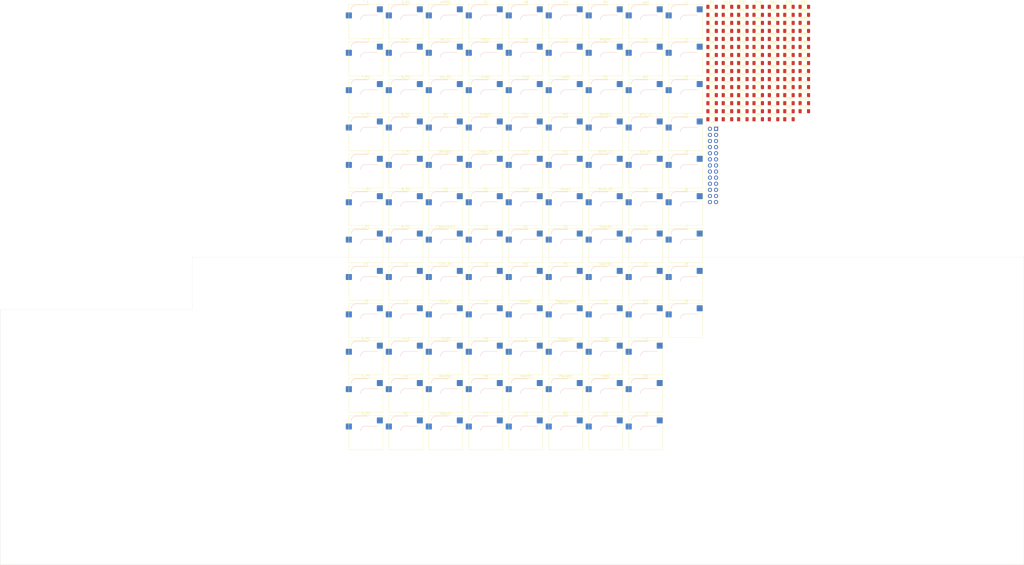
<source format=kicad_pcb>
(kicad_pcb (version 20240108) (generator "pcbnew") (generator_version "8.0")
  (layers (0 "F.Cu" signal) (31 "B.Cu" signal) (34 "B.Paste" user) (35 "F.Paste" user) (36 "B.SilkS" user "B.Silkscreen") (37 "F.SilkS" user "F.Silkscreen") (38 "B.Mask" user) (39 "F.Mask" user) (44 "Edge.Cuts" user))
  (net 0 "")
  (net 1 "/__14")
  (net 2 "Net-(D7-K)")
  (net 3 "/__8")
  (net 4 "Net-(D34-K)")
  (net 5 "/__20")
  (net 6 "Net-(D88-K)")
  (net 7 "Net-(D61-K)")
  (net 8 "/__26")
  (net 9 "Net-(D27-K)")
  (net 10 "Net-(D102-K)")
  (net 11 "Net-(D10-K)")
  (net 13 "/__13")
  (net 14 "Net-(D86-K)")
  (net 15 "Net-(D98-K)")
  (net 16 "Net-(D9-K)")
  (net 17 "/__15")
  (net 18 "Net-(D73-K)")
  (net 19 "Net-(D74-K)")
  (net 20 "Net-(D75-K)")
  (net 21 "Net-(D15-K)")
  (net 22 "Net-(D17-K)")
  (net 23 "Net-(D16-K)")
  (net 24 "Net-(D58-K)")
  (net 25 "Net-(D59-K)")
  (net 26 "Net-(D60-K)")
  (net 27 "Net-(D69-K)")
  (net 28 "Net-(D82-K)")
  (net 29 "/__1")
  (net 30 "Net-(D28-K)")
  (net 31 "Net-(D83-K)")
  (net 32 "/__3")
  (net 33 "Net-(D62-K)")
  (net 34 "Net-(D89-K)")
  (net 35 "/__2")
  (net 36 "Net-(D95-K)")
  (net 37 "Net-(D97-K)")
  (net 38 "Net-(D92-K)")
  (net 39 "/__5")
  (net 40 "Net-(D14-K)")
  (net 41 "/__10")
  (net 42 "Net-(D79-K)")
  (net 43 "/__6")
  (net 44 "Net-(D22-K)")
  (net 45 "/__7")
  (net 46 "Net-(D37-K)")
  (net 47 "/__9")
  (net 48 "Net-(D85-K)")
  (net 49 "/__12")
  (net 50 "Net-(D1-K)")
  (net 51 "Net-(D2-K)")
  (net 52 "/__11")
  (net 53 "Net-(D3-K)")
  (net 54 "Net-(D4-K)")
  (net 55 "Net-(D5-K)")
  (net 56 "Net-(D6-K)")
  (net 58 "Net-(D8-K)")
  (net 59 "/__18")
  (net 60 "Net-(D11-K)")
  (net 61 "Net-(D12-K)")
  (net 62 "Net-(D13-K)")
  (net 63 "Net-(D18-K)")
  (net 64 "Net-(D19-K)")
  (net 65 "Net-(D20-K)")
  (net 66 "Net-(D21-K)")
  (net 67 "Net-(D23-K)")
  (net 68 "Net-(D24-K)")
  (net 69 "Net-(D25-K)")
  (net 70 "/__16")
  (net 71 "Net-(D26-K)")
  (net 72 "Net-(D29-K)")
  (net 73 "Net-(D30-K)")
  (net 74 "Net-(D31-K)")
  (net 75 "Net-(D32-K)")
  (net 76 "Net-(D33-K)")
  (net 77 "Net-(D35-K)")
  (net 78 "Net-(D36-K)")
  (net 79 "Net-(D38-K)")
  (net 80 "Net-(D39-K)")
  (net 81 "Net-(D40-K)")
  (net 82 "Net-(D41-K)")
  (net 83 "Net-(D42-K)")
  (net 84 "Net-(D43-K)")
  (net 85 "Net-(D44-K)")
  (net 86 "Net-(D45-K)")
  (net 87 "Net-(D46-K)")
  (net 88 "Net-(D47-K)")
  (net 89 "Net-(D48-K)")
  (net 90 "Net-(D49-K)")
  (net 91 "/__19")
  (net 92 "Net-(D50-K)")
  (net 93 "Net-(D51-K)")
  (net 94 "Net-(D52-K)")
  (net 95 "Net-(D53-K)")
  (net 96 "Net-(D54-K)")
  (net 97 "Net-(D55-K)")
  (net 98 "Net-(D56-K)")
  (net 99 "Net-(D57-K)")
  (net 100 "/__17")
  (net 101 "Net-(D63-K)")
  (net 102 "Net-(D64-K)")
  (net 103 "Net-(D65-K)")
  (net 104 "Net-(D66-K)")
  (net 105 "Net-(D67-K)")
  (net 106 "Net-(D68-K)")
  (net 107 "Net-(D70-K)")
  (net 108 "Net-(D71-K)")
  (net 109 "Net-(D72-K)")
  (net 110 "Net-(D76-K)")
  (net 111 "/__21")
  (net 112 "Net-(D77-K)")
  (net 113 "Net-(D78-K)")
  (net 114 "Net-(D80-K)")
  (net 115 "Net-(D81-K)")
  (net 116 "Net-(D84-K)")
  (net 117 "Net-(D87-K)")
  (net 118 "Net-(D90-K)")
  (net 119 "Net-(D91-K)")
  (net 120 "/__22")
  (net 121 "Net-(D93-K)")
  (net 122 "Net-(D94-K)")
  (net 123 "Net-(D96-K)")
  (net 124 "Net-(D99-K)")
  (net 125 "Net-(D100-K)")
  (net 126 "Net-(D101-K)")
  (net 127 "Net-(D103-K)")
  (net 128 "Net-(D104-K)")
  (net 129 "/__4")
  (net 130 "/__25")
  (net 131 "/__23")
  (net 132 "/__24")
  (footprint "switch:SW_Hotswap_Kailh_MX" (layer "F.Cu") (at 346.135 209.05)
    (property "Reference" "_0")
    (property "Value" "kailh-hotswap")
  )
  (footprint "switch:SW_Hotswap_Kailh_MX" (layer "F.Cu") (at 246.325 146.85)
    (property "Reference" ";:1")
    (property "Value" "kailh-hotswap")
  )
  (footprint "switch:SW_Hotswap_Kailh_MX" (layer "F.Cu") (at 229.69 193.5)
    (property "Reference" "1_P1")
    (property "Value" "kailh-hotswap")
  )
  (footprint "Diode_SMD:D_MiniMELF" (layer "F.Cu") (at 380.155 31.895)
    (property "Reference" "D16")
    (property "Value" "LL4148")
  )
  (footprint "Diode_SMD:D_MiniMELF" (layer "F.Cu") (at 392.945 35.235)
    (property "Reference" "D47")
    (property "Value" "LL4148")
  )
  (footprint "switch:SW_Hotswap_Kailh_MX" (layer "F.Cu") (at 279.595 177.95)
    (property "Reference" "F5")
    (property "Value" "kailh-hotswap")
  )
  (footprint "switch:SW_Hotswap_Kailh_MX" (layer "F.Cu") (at 246.325 100.2)
    (property "Reference" "7_P1")
    (property "Value" "kailh-hotswap")
  )
  (footprint "switch:SW_Hotswap_Kailh_MX" (layer "F.Cu") (at 346.135 53.55)
    (property "Reference" "V1")
    (property "Value" "kailh-hotswap")
  )
  (footprint "Diode_SMD:D_MiniMELF" (layer "F.Cu") (at 405.735 45.255)
    (property "Reference" "D80")
    (property "Value" "LL4148")
  )
  (footprint "switch:SW_Hotswap_Kailh_MX" (layer "F.Cu") (at 279.595 84.65)
    (property "Reference" "Enter1")
    (property "Value" "kailh-hotswap")
  )
  (footprint "Diode_SMD:D_MiniMELF" (layer "F.Cu") (at 386.55 51.935)
    (property "Reference" "D37")
    (property "Value" "LL4148")
  )
  (footprint "Diode_SMD:D_MiniMELF" (layer "F.Cu") (at 373.76 41.915)
    (property "Reference" "D4")
    (property "Value" "LL4148")
  )
  (footprint "switch:SW_Hotswap_Kailh_MX" (layer "F.Cu") (at 229.69 100.2)
    (property "Reference" "-_1")
    (property "Value" "kailh-hotswap")
  )
  (footprint "switch:SW_Hotswap_Kailh_MX" (layer "F.Cu") (at 346.135 115.75)
    (property "Reference" "X1")
    (property "Value" "kailh-hotswap")
  )
  (footprint "Diode_SMD:D_MiniMELF" (layer "F.Cu") (at 373.76 45.255)
    (property "Reference" "D5")
    (property "Value" "LL4148")
  )
  (footprint "switch:SW_Hotswap_Kailh_MX" (layer "F.Cu") (at 296.23 193.5)
    (property "Reference" "Insert1")
    (property "Value" "kailh-hotswap")
  )
  (footprint "switch:SW_Hotswap_Kailh_MX" (layer "F.Cu") (at 312.865 115.75)
    (property "Reference" "Num1")
    (property "Value" "kailh-hotswap")
  )
  (footprint "Diode_SMD:D_MiniMELF" (layer "F.Cu") (at 405.735 58.615)
    (property "Reference" "D84")
    (property "Value" "LL4148")
  )
  (footprint "Diode_SMD:D_MiniMELF" (layer "F.Cu") (at 373.76 71.975)
    (property "Reference" "D13")
    (property "Value" "LL4148")
  )
  (footprint "Diode_SMD:D_MiniMELF" (layer "F.Cu") (at 399.34 48.595)
    (property "Reference" "D66")
    (property "Value" "LL4148")
  )
  (footprint "switch:SW_Hotswap_Kailh_MX" (layer "F.Cu") (at 262.96 162.4)
    (property "Reference" "Ctrl_l1")
    (property "Value" "kailh-hotswap")
  )
  (footprint "switch:SW_Hotswap_Kailh_MX" (layer "F.Cu") (at 246.325 84.65)
    (property "Reference" "6_P1")
    (property "Value" "kailh-hotswap")
  )
  (footprint "Diode_SMD:D_MiniMELF" (layer "F.Cu") (at 405.735 61.955)
    (property "Reference" "D85")
    (property "Value" "LL4148")
  )
  (footprint "Diode_SMD:D_MiniMELF" (layer "F.Cu") (at 386.55 45.255)
    (property "Reference" "D35")
    (property "Value" "LL4148")
  )
  (footprint "Diode_SMD:D_MiniMELF" (layer "F.Cu") (at 373.76 61.955)
    (property "Reference" "D10")
    (property "Value" "LL4148")
  )
  (footprint "Diode_SMD:D_MiniMELF" (layer "F.Cu") (at 386.55 31.895)
    (property "Reference" "D31")
    (property "Value" "LL4148")
  )
  (footprint "Diode_SMD:D_MiniMELF" (layer "F.Cu") (at 373.76 51.935)
    (property "Reference" "D7")
    (property "Value" "LL4148")
  )
  (footprint "switch:SW_Hotswap_Kailh_MX" (layer "F.Cu") (at 312.865 209.05)
    (property "Reference" "Q1")
    (property "Value" "kailh-hotswap")
  )
  (footprint "Diode_SMD:D_MiniMELF" (layer "F.Cu") (at 386.55 41.915)
    (property "Reference" "D34")
    (property "Value" "LL4148")
  )
  (footprint "switch:SW_Hotswap_Kailh_MX" (layer "F.Cu") (at 229.69 146.85)
    (property "Reference" "/1")
    (property "Value" "kailh-hotswap")
  )
  (footprint "Diode_SMD:D_MiniMELF" (layer "F.Cu") (at 412.13 61.955)
    (property "Reference" "D100")
    (property "Value" "LL4148")
  )
  (footprint "Diode_SMD:D_MiniMELF" (layer "F.Cu") (at 386.55 61.955)
    (property "Reference" "D40")
    (property "Value" "LL4148")
  )
  (footprint "switch:SW_Hotswap_Kailh_MX" (layer "F.Cu") (at 362.77 53.55)
    (property "Reference" "_2")
    (property "Value" "kailh-hotswap")
  )
  (footprint "switch:SW_Hotswap_Kailh_MX" (layer "F.Cu") (at 312.865 162.4)
    (property "Reference" "PageDown1")
    (property "Value" "kailh-hotswap")
  )
  (footprint "Diode_SMD:D_MiniMELF" (layer "F.Cu") (at 392.945 51.935)
    (property "Reference" "D52")
    (property "Value" "LL4148")
  )
  (footprint "switch:SW_Hotswap_Kailh_MX" (layer "F.Cu") (at 246.325 131.3)
    (property "Reference" "9_P1")
    (property "Value" "kailh-hotswap")
  )
  (footprint "Diode_SMD:D_MiniMELF" (layer "F.Cu") (at 405.735 38.575)
    (property "Reference" "D78")
    (property "Value" "LL4148")
  )
  (footprint "Diode_SMD:D_MiniMELF" (layer "F.Cu") (at 399.34 31.895)
    (property "Reference" "D61")
    (property "Value" "LL4148")
  )
  (footprint "Diode_SMD:D_MiniMELF" (layer "F.Cu") (at 373.76 75.315)
    (property "Reference" "D14")
    (property "Value" "LL4148")
  )
  (footprint "switch:SW_Hotswap_Kailh_MX" (layer "F.Cu") (at 329.5 193.5)
    (property "Reference" "TAB2")
    (property "Value" "kailh-hotswap")
  )
  (footprint "Diode_SMD:D_MiniMELF" (layer "F.Cu") (at 380.155 71.975)
    (property "Reference" "D28")
    (property "Value" "LL4148")
  )
  (footprint "switch:SW_Hotswap_Kailh_MX" (layer "F.Cu") (at 362.77 69.1)
    (property "Reference" "_3")
    (property "Value" "kailh-hotswap")
  )
  (footprint "switch:SW_Hotswap_Kailh_MX" (layer "F.Cu") (at 346.135 177.95)
    (property "Reference" "\\|1")
    (property "Value" "kailh-hotswap")
  )
  (footprint "switch:SW_Hotswap_Kailh_MX" (layer "F.Cu") (at 229.69 177.95)
    (property "Reference" "0_P1")
    (property "Value" "kailh-hotswap")
  )
  (footprint "switch:SW_Hotswap_Kailh_MX" (layer "F.Cu") (at 329.5 146.85)
    (property "Reference" "SysIrq1")
    (property "Value" "kailh-hotswap")
  )
  (footprint "Diode_SMD:D_MiniMELF" (layer "F.Cu") (at 380.155 41.915)
    (property "Reference" "D19")
    (property "Value" "LL4148")
  )
  (footprint "Diode_SMD:D_MiniMELF" (layer "F.Cu") (at 412.13 51.935)
    (property "Reference" "D97")
    (property "Value" "LL4148")
  )
  (footprint "switch:SW_Hotswap_Kailh_MX" (layer "F.Cu") (at 279.595 162.4)
    (property "Reference" "F4")
    (property "Value" "kailh-hotswap")
  )
  (footprint "Diode_SMD:D_MiniMELF" (layer "F.Cu") (at 405.735 41.915)
    (property "Reference" "D79")
    (property "Value" "LL4148")
  )
  (footprint "Diode_SMD:D_MiniMELF" (layer "F.Cu") (at 412.13 35.235)
    (property "Reference" "D92")
    (property "Value" "LL4148")
  )
  (footprint "switch:SW_Hotswap_Kailh_MX" (layer "F.Cu") (at 296.23 100.2)
    (property "Reference" "F12")
    (property "Value" "kailh-hotswap")
  )
  (footprint "switch:SW_Hotswap_Kailh_MX" (layer "F.Cu") (at 329.5 131.3)
    (property "Reference" "Space1")
    (property "Value" "kailh-hotswap")
  )
  (footprint "switch:SW_Hotswap_Kailh_MX" (layer "F.Cu") (at 229.69 38)
    (property "Reference" "\"\"1")
    (property "Value" "kailh-hotswap")
  )
  (footprint "Diode_SMD:D_MiniMELF" (layer "F.Cu") (at 392.945 31.895)
    (property "Reference" "D46")
    (property "Value" "LL4148")
  )
  (footprint "Diode_SMD:D_MiniMELF" (layer "F.Cu") (at 373.76 38.575)
    (property "Reference" "D3")
    (property "Value" "LL4148")
  )
  (footprint "switch:SW_Hotswap_Kailh_MX" (layer "F.Cu") (at 262.96 38)
    (property "Reference" "APPS1")
    (property "Value" "kailh-hotswap")
  )
  (footprint "switch:SW_Hotswap_Kailh_MX" (layer "F.Cu") (at 262.96 100.2)
    (property "Reference" "BKSpc1")
    (property "Value" "kailh-hotswap")
  )
  (footprint "switch:SW_Hotswap_Kailh_MX" (layer "F.Cu") (at 362.77 38)
    (property "Reference" "_1")
    (property "Value" "kailh-hotswap")
  )
  (footprint "switch:SW_Hotswap_Kailh_MX" (layer "F.Cu") (at 312.865 100.2)
    (property "Reference" "N1")
    (property "Value" "kailh-hotswap")
  )
  (footprint "Diode_SMD:D_MiniMELF" (layer "F.Cu") (at 380.155 55.275)
    (property "Reference" "D23")
    (property "Value" "LL4148")
  )
  (footprint "Diode_SMD:D_MiniMELF" (layer "F.Cu") (at 380.155 51.935)
    (property "Reference" "D22")
    (property "Value" "LL4148")
  )
  (footprint "Diode_SMD:D_MiniMELF" (layer "F.Cu") (at 412.13 75.315)
    (property "Reference" "D104")
    (property "Value" "LL4148")
  )
  (footprint "Diode_SMD:D_MiniMELF" (layer "F.Cu") (at 380.155 61.955)
    (property "Reference" "D25")
    (property "Value" "LL4148")
  )
  (footprint "switch:SW_Hotswap_Kailh_MX" (layer "F.Cu") (at 246.325 69.1)
    (property "Reference" "5_P1")
    (property "Value" "kailh-hotswap")
  )
  (footprint "switch:SW_Hotswap_Kailh_MX" (layer "F.Cu") (at 229.69 162.4)
    (property "Reference" "/2")
    (property "Value" "kailh-hotswap")
  )
  (footprint "switch:SW_Hotswap_Kailh_MX" (layer "F.Cu") (at 296.23 53.55)
    (property "Reference" "F9")
    (property "Value" "kailh-hotswap")
  )
  (footprint "switch:SW_Hotswap_Kailh_MX" (layer "F.Cu") (at 312.865 69.1)
    (property "Reference" "Left1")
    (property "Value" "kailh-hotswap")
  )
  (footprint "switch:SW_Hotswap_Kailh_MX" (layer "F.Cu") (at 279.595 193.5)
    (property "Reference" "F6")
    (property "Value" "kailh-hotswap")
  )
  (footprint "Diode_SMD:D_MiniMELF" (layer "F.Cu") (at 392.945 75.315)
    (property "Reference" "D59")
    (property "Value" "LL4148")
  )
  (footprint "switch:SW_Hotswap_Kailh_MX" (layer "F.Cu") (at 312.865 193.5)
    (property "Reference" "Pause1")
    (property "Value" "kailh-hotswap")
  )
  (footprint "switch:SW_Hotswap_Kailh_MX" (layer "F.Cu") (at 329.5 177.95)
    (property "Reference" "TAB1")
    (property "Value" "kailh-hotswap")
  )
  (footprint "Diode_SMD:D_MiniMELF" (layer "F.Cu") (at 412.13 31.895)
    (property "Reference" "D91")
    (property "Value" "LL4148")
  )
  (footprint "switch:SW_Hotswap_Kailh_MX" (layer "F.Cu") (at 262.96 209.05)
    (property "Reference" "Down1")
    (property "Value" "kailh-hotswap")
  )
  (footprint "switch:SW_Hotswap_Kailh_MX" (layer "F.Cu") (at 312.865 84.65)
    (property "Reference" "M1")
    (property "Value" "kailh-hotswap")
  )
  (footprint "switch:SW_Hotswap_Kailh_MX" (layer "F.Cu") (at 229.69 84.65)
    (property "Reference" "+_P1")
    (property "Value" "kailh-hotswap")
  )
  (footprint "switch:SW_Hotswap_Kailh_MX" (layer "F.Cu") (at 346.135 131.3)
    (property "Reference" "Y1")
    (property "Value" "kailh-hotswap")
  )
  (footprint "switch:SW_Hotswap_Kailh_MX" (layer "F.Cu") (at 346.135 69.1)
    (property "Reference" "W1")
    (property "Value" "kailh-hotswap")
  )
  (footprint "switch:SW_Hotswap_Kailh_MX" (layer "F.Cu") (at 296.23 84.65)
    (property "Reference" "F11")
    (property "Value" "kailh-hotswap")
  )
  (footprint "Diode_SMD:D_MiniMELF" (layer "F.Cu") (at 399.34 51.935)
    (property "Reference" "D67")
    (property "Value" "LL4148")
  )
  (footprint "Diode_SMD:D_MiniMELF" (layer "F.Cu") (at 405.735 78.655)
    (property "Reference" "D90")
    (property "Value" "LL4148")
  )
  (footprint "Diode_SMD:D_MiniMELF" (layer "F.Cu") (at 380.155 48.595)
    (property "Reference" "D21")
    (property "Value" "LL4148")
  )
  (footprint "switch:SW_Hotswap_Kailh_MX" (layer "F.Cu") (at 296.23 177.95)
    (property "Reference" "I1")
    (property "Value" "kailh-hotswap")
  )
  (footprint "switch:SW_Hotswap_Kailh_MX" (layer "F.Cu") (at 346.135 146.85)
    (property "Reference" "Z1")
    (property "Value" "kailh-hotswap")
  )
  (footprint "Diode_SMD:D_MiniMELF" (layer "F.Cu") (at 380.155 68.635)
    (property "Reference" "D27")
    (property "Value" "LL4148")
  )
  (footprint "switch:SW_Hotswap_Kailh_MX" (layer "F.Cu") (at 312.865 53.55)
    (property "Reference" "L1")
    (property "Value" "kailh-hotswap")
  )
  (footprint "Diode_SMD:D_MiniMELF" (layer "F.Cu") (at 412.13 55.275)
    (property "Reference" "D98")
    (property "Value" "LL4148")
  )
  (footprint "Diode_SMD:D_MiniMELF" (layer "F.Cu") (at 392.945 58.615)
    (property "Reference" "D54")
    (property "Value" "LL4148")
  )
  (footprint "switch:SW_Hotswap_Kailh_MX" (layer "F.Cu") (at 246.325 177.95)
    (property "Reference" "=+1")
    (property "Value" "kailh-hotswap")
  )
  (footprint "switch:SW_Hotswap_Kailh_MX" (layer "F.Cu") (at 229.69 115.75)
    (property "Reference" "-_P1")
    (property "Value" "kailh-hotswap")
  )
  (footprint "switch:SW_Hotswap_Kailh_MX" (layer "F.Cu") (at 262.96 177.95)
    (property "Reference" "D105")
    (property "Value" "kailh-hotswap")
  )
  (footprint "Diode_SMD:D_MiniMELF" (layer "F.Cu") (at 399.34 68.635)
    (property "Reference" "D72")
    (property "Value" "LL4148")
  )
  (footprint "switch:SW_Hotswap_Kailh_MX" (layer "F.Cu") (at 346.135 84.65)
    (property "Reference" "Win_L1")
    (property "Value" "kailh-hotswap")
  )
  (footprint "switch:SW_Hotswap_Kailh_MX" (layer "F.Cu") (at 362.77 84.65)
    (property "Reference" "_4")
    (property "Value" "kailh-hotswap")
  )
  (footprint "Diode_SMD:D_MiniMELF" (layer "F.Cu") (at 386.55 65.295)
    (property "Reference" "D41")
    (property "Value" "LL4148")
  )
  (footprint "Diode_SMD:D_MiniMELF" (layer "F.Cu") (at 392.945 78.655)
    (property "Reference" "D60")
    (property "Value" "LL4148")
  )
  (footprint "Diode_SMD:D_MiniMELF" (layer "F.Cu") (at 405.735 71.975)
    (property "Reference" "D88")
    (property "Value" "LL4148")
  )
  (footprint "Diode_SMD:D_MiniMELF" (layer "F.Cu") (at 373.76 58.615)
    (property "Reference" "D9")
    (property "Value" "LL4148")
  )
  (footprint "switch:SW_Hotswap_Kailh_MX" (layer "F.Cu") (at 279.595 38)
    (property "Reference" "E1")
    (property "Value" "kailh-hotswap")
  )
  (footprint "Diode_SMD:D_MiniMELF" (layer "F.Cu") (at 392.945 71.975)
    (property "Reference" "D58")
    (property "Value" "LL4148")
  )
  (footprint "Diode_SMD:D_MiniMELF" (layer "F.Cu") (at 399.34 35.235)
    (property "Reference" "D62")
    (property "Value" "LL4148")
  )
  (footprint "Diode_SMD:D_MiniMELF" (layer "F.Cu") (at 399.34 78.655)
    (property "Reference" "D75")
    (property "Value" "LL4148")
  )
  (footprint "Diode_SMD:D_MiniMELF" (layer "F.Cu") (at 380.155 65.295)
    (property "Reference" "D26")
    (property "Value" "LL4148")
  )
  (footprint "switch:SW_Hotswap_Kailh_MX" (layer "F.Cu") (at 296.23 69.1)
    (property "Reference" "F10")
    (property "Value" "kailh-hotswap")
  )
  (footprint "Diode_SMD:D_MiniMELF" (layer "F.Cu") (at 386.55 71.975)
    (property "Reference" "D43")
    (property "Value" "LL4148")
  )
  (footprint "switch:SW_Hotswap_Kailh_MX" (layer "F.Cu") (at 346.135 38)
    (property "Reference" "Up1")
    (property "Value" "kailh-hotswap")
  )
  (footprint "switch:SW_Hotswap_Kailh_MX" (layer "F.Cu") (at 346.135 100.2)
    (property "Reference" "Win_R1")
    (property "Value" "kailh-hotswap")
  )
  (footprint "switch:SW_Hotswap_Kailh_MX" (layer "F.Cu") (at 296.23 209.05)
    (property "Reference" "J2")
    (property "Value" "kailh-hotswap")
  )
  (footprint "switch:SW_Hotswap_Kailh_MX" (layer "F.Cu") (at 262.96 69.1)
    (property "Reference" "Alt_R1")
    (property "Value" "kailh-hotswap")
  )
  (footprint "Diode_SMD:D_MiniMELF" (layer "F.Cu") (at 412.13 71.975)
    (property "Reference" "D103")
    (property "Value" "LL4148")
  )
  (footprint "switch:SW_Hotswap_Kailh_MX" (layer "F.Cu") (at 329.5 209.05)
    (property "Reference" "U1")
    (property "Value" "kailh-hotswap")
  )
  (footprint "switch:SW_Hotswap_Kailh_MX" (layer "F.Cu") (at 279.595 69.1)
    (property "Reference" "End1")
    (property "Value" "kailh-hotswap")
  )
  (footprint "Diode_SMD:D_MiniMELF" (layer "F.Cu") (at 399.34 65.295)
    (property "Reference" "D71")
    (property "Value" "LL4148")
  )
  (footprint "switch:SW_Hotswap_Kailh_MX" (layer "F.Cu") (at 346.135 193.5)
    (property "Reference" "]}1")
    (property "Value" "kailh-hotswap")
  )
  (footprint "switch:SW_Hotswap_Kailh_MX" (layer "F.Cu") (at 329.5 115.75)
    (property "Reference" "Shift_R1")
    (property "Value" "kailh-hotswap")
  )
  (footprint "Diode_SMD:D_MiniMELF" (layer "F.Cu") (at 380.155 78.655)
    (property "Reference" "D30")
    (property "Value" "LL4148")
  )
  (footprint "switch:SW_Hotswap_Kailh_MX" (layer "F.Cu") (at 279.595 115.75)
    (property "Reference" "F1")
    (property "Value" "kailh-hotswap")
  )
  (footprint "Diode_SMD:D_MiniMELF" (layer "F.Cu") (at 373.76 35.235)
    (property "Reference" "D2")
    (property "Value" "LL4148")
  )
  (footprint "Diode_SMD:D_MiniMELF" (layer "F.Cu") (at 380.155 35.235)
    (property "Reference" "D17")
    (property "Value" "LL4148")
  )
  (footprint "Diode_SMD:D_MiniMELF" (layer "F.Cu") (at 392.945 38.575)
    (property "Reference" "D48")
    (property "Value" "LL4148")
  )
  (footprint "switch:SW_Hotswap_Kailh_MX" (layer "F.Cu") (at 279.595 53.55)
    (property "Reference" "ESC1")
    (property "Value" "kailh-hotswap")
  )
  (footprint "Diode_SMD:D_MiniMELF" (layer "F.Cu") (at 380.155 58.615)
    (property "Reference" "D24")
    (property "Value" "LL4148")
  )
  (footprint "Diode_SMD:D_MiniMELF" (layer "F.Cu") (at 405.735 75.315)
    (property "Reference" "D89")
    (property "Value" "LL4148")
  )
  (footprint "Diode_SMD:D_MiniMELF" (layer "F.Cu") (at 373.76 31.895)
    (property "Reference" "D1")
    (property "Value" "LL4148")
  )
  (footprint "Diode_SMD:D_MiniMELF" (layer "F.Cu") (at 405.735 48.595)
    (property "Reference" "D81")
    (property "Value" "LL4148")
  )
  (footprint "switch:SW_Hotswap_Kailh_MX" (layer "F.Cu") (at 246.325 115.75)
    (property "Reference" "8_P1")
    (property "Value" "kailh-hotswap")
  )
  (footprint "switch:SW_Hotswap_Kailh_MX" (layer "F.Cu") (at 296.23 115.75)
    (property "Reference" "F13")
    (property "Value" "kailh-hotswap")
  )
  (footprint "Diode_SMD:D_MiniMELF" (layer "F.Cu") (at 412.13 65.295)
    (property "Reference" "D101")
    (property "Value" "LL4148")
  )
  (footprint "Diode_SMD:D_MiniMELF" (layer "F.Cu") (at 412.13 68.635)
    (property "Reference" "D102")
    (property "Value" "LL4148")
  )
  (footprint "Diode_SMD:D_MiniMELF" (layer "F.Cu") (at 405.735 55.275)
    (property "Reference" "D83")
    (property "Value" "LL4148")
  )
  (footprint "switch:SW_Hotswap_Kailh_MX" (layer "F.Cu") (at 246.325 53.55)
    (property "Reference" "4_P1")
    (property "Value" "kailh-hotswap")
  )
  (footprint "Diode_SMD:D_MiniMELF" (layer "F.Cu") (at 399.34 61.955)
    (property "Reference" "D70")
    (property "Value" "LL4148")
  )
  (footprint "Connector_PinSocket_2.54mm:PinSocket_2x13_P2.54mm_Vertical" (layer "F.Cu") (at 375.405 82.65)
    (property "Reference" "J1")
    (property "Value" "Conn_02x13_Odd_Even")
  )
  (footprint "Diode_SMD:D_MiniMELF" (layer "F.Cu") (at 392.945 65.295)
    (property "Reference" "D56")
    (property "Value" "LL4148")
  )
  (footprint "Diode_SMD:D_MiniMELF" (layer "F.Cu") (at 392.945 45.255)
    (property "Reference" "D50")
    (property "Value" "LL4148")
  )
  (footprint "switch:SW_Hotswap_Kailh_MX" (layer "F.Cu") (at 279.595 100.2)
    (property "Reference" "Enter_P1")
    (property "Value" "kailh-hotswap")
  )
  (footprint "switch:SW_Hotswap_Kailh_MX" (layer "F.Cu") (at 279.595 131.3)
    (property "Reference" "F2")
    (property "Value" "kailh-hotswap")
  )
  (footprint "Diode_SMD:D_MiniMELF" (layer "F.Cu") (at 380.155 45.255)
    (property "Reference" "D20")
    (property "Value" "LL4148")
  )
  (footprint "switch:SW_Hotswap_Kailh_MX" (layer "F.Cu") (at 262.96 53.55)
    (property "Reference" "Alt_L1")
    (property "Value" "kailh-hotswap")
  )
  (footprint "switch:SW_Hotswap_Kailh_MX" (layer "F.Cu") (at 246.325 209.05)
    (property "Reference" "A1")
    (property "Value" "kailh-hotswap")
  )
  (footprint "switch:SW_Hotswap_Kailh_MX" (layer "F.Cu") (at 329.5 69.1)
    (property "Reference" "S1")
    (property "Value" "kailh-hotswap")
  )
  (footprint "Diode_SMD:D_MiniMELF" (layer "F.Cu") (at 405.735 31.895)
    (property "Reference" "D76")
    (property "Value" "LL4148")
  )
  (footprint "switch:SW_Hotswap_Kailh_MX" (layer "F.Cu") (at 229.69 69.1)
    (property "Reference" "*_P1")
    (property "Value" "kailh-hotswap")
  )
  (footprint "Diode_SMD:D_MiniMELF" (layer "F.Cu") (at 386.55 75.315)
    (property "Reference" "D44")
    (property "Value" "LL4148")
  )
  (footprint "switch:SW_Hotswap_Kailh_MX" (layer "F.Cu") (at 329.5 84.65)
    (property "Reference" "Scroll1")
    (property "Value" "kailh-hotswap")
  )
  (footprint "Diode_SMD:D_MiniMELF" (layer "F.Cu") (at 399.34 55.275)
    (property "Reference" "D68")
    (property "Value" "LL4148")
  )
  (footprint "switch:SW_Hotswap_Kailh_MX" (layer "F.Cu") (at 312.865 177.95)
    (property "Reference" "PageUp1")
    (property "Value" "kailh-hotswap")
  )
  (footprint "Diode_SMD:D_MiniMELF" (layer "F.Cu") (at 386.55 48.595)
    (property "Reference" "D36")
    (property "Value" "LL4148")
  )
  (footprint "switch:SW_Hotswap_Kailh_MX" (layer "F.Cu") (at 362.77 162.4)
    (property "Reference" "_9")
    (property "Value" "kailh-hotswap")
  )
  (footprint "Diode_SMD:D_MiniMELF" (layer "F.Cu") (at 386.55 35.235)
    (property "Reference" "D32")
    (property "Value" "LL4148")
  )
  (footprint "Diode_SMD:D_MiniMELF" (layer "F.Cu") (at 412.13 48.595)
    (property "Reference" "D96")
    (property "Value" "LL4148")
  )
  (footprint "switch:SW_Hotswap_Kailh_MX" (layer "F.Cu") (at 312.865 131.3)
    (property "Reference" "O1")
    (property "Value" "kailh-hotswap")
  )
  (footprint "Diode_SMD:D_MiniMELF" (layer "F.Cu") (at 399.34 75.315)
    (property "Reference" "D74")
    (property "Value" "LL4148")
  )
  (footprint "switch:SW_Hotswap_Kailh_MX" (layer "F.Cu") (at 296.23 38)
    (property "Reference" "F8")
    (property "Value" "kailh-hotswap")
  )
  (footprint "switch:SW_Hotswap_Kailh_MX" (layer "F.Cu") (at 229.69 53.55)
    (property "Reference" "\"~\"1")
    (property "Value" "kailh-hotswap")
  )
  (footprint "switch:SW_Hotswap_Kailh_MX" (layer "F.Cu") (at 329.5 53.55)
    (property "Reference" "RIgth1")
    (property "Value" "kailh-hotswap")
  )
  (footprint "switch:SW_Hotswap_Kailh_MX" (layer "F.Cu") (at 296.23 162.4)
    (property "Reference" "Home1")
    (property "Value" "kailh-hotswap")
  )
  (footprint "Diode_SMD:D_MiniMELF" (layer "F.Cu") (at 405.735 68.635)
    (property "Reference" "D87")
    (property "Value" "LL4148")
  )
  (footprint "Diode_SMD:D_MiniMELF" (layer "F.Cu") (at 386.55 78.655)
    (property "Reference" "D45")
    (property "Value" "LL4148")
  )
  (footprint "Diode_SMD:D_MiniMELF" (layer "F.Cu") (at 373.76 78.655)
    (property "Reference" "D15")
    (property "Value" "LL4148")
  )
  (footprint "Diode_SMD:D_MiniMELF" (layer "F.Cu") (at 405.735 65.295)
    (property "Reference" "D86")
    (property "Value" "LL4148")
  )
  (footprint "switch:SW_Hotswap_Kailh_MX" (layer "F.Cu") (at 246.325 38)
    (property "Reference" "3_P1")
    (property "Value" "kailh-hotswap")
  )
  (footprint "switch:SW_Hotswap_Kailh_MX" (layer "F.Cu") (at 346.135 162.4)
    (property "Reference" "[{1")
    (property "Value" "kailh-hotswap")
  )
  (footprint "switch:SW_Hotswap_Kailh_MX" (layer "F.Cu") (at 246.325 162.4)
    (property "Reference" "<1")
    (property "Value" "kailh-hotswap")
  )
  (footprint "switch:SW_Hotswap_Kailh_MX" (layer "F.Cu") (at 362.77 146.85)
    (property "Reference" "_8")
    (property "Value" "kailh-hotswap")
  )
  (footprint "switch:SW_Hotswap_Kailh_MX" (layer "F.Cu") (at 246.325 193.5)
    (property "Reference" ">1")
    (property "Value" "kailh-hotswap")
  )
  (footprint "switch:SW_Hotswap_Kailh_MX" (layer "F.Cu") (at 329.5 162.4)
    (property "Reference" "T1")
    (property "Value" "kailh-hotswap")
  )
  (footprint "Diode_SMD:D_MiniMELF" (layer "F.Cu") (at 412.13 38.575)
    (property "Reference" "D93")
    (property "Value" "LL4148")
  )
  (footprint "Diode_SMD:D_MiniMELF" (layer "F.Cu") (at 392.945 48.595)
    (property "Reference" "D51")
    (property "Value" "LL4148")
  )
  (footprint "Diode_SMD:D_MiniMELF" (layer "F.Cu") (at 373.76 55.275)
    (property "Reference" "D8")
    (property "Value" "LL4148")
  )
  (footprint "switch:SW_Hotswap_Kailh_MX" (layer "F.Cu") (at 312.865 146.85)
    (property "Reference" "P1")
    (property "Value" "kailh-hotswap")
  )
  (footprint "switch:SW_Hotswap_Kailh_MX" (layer "F.Cu") (at 229.69 209.05)
    (property "Reference" "2_P1")
    (property "Value" "kailh-hotswap")
  )
  (footprint "switch:SW_Hotswap_Kailh_MX" (layer "F.Cu") (at 262.96 193.5)
    (property "Reference" "Delete1")
    (property "Value" "kailh-hotswap")
  )
  (footprint "Diode_SMD:D_MiniMELF" (layer "F.Cu") (at 399.34 38.575)
    (property "Reference" "D63")
    (property "Value" "LL4148")
  )
  (footprint "switch:SW_Hotswap_Kailh_MX" (layer "F.Cu") (at 279.595 146.85)
    (property "Reference" "F3")
    (property "Value" "kailh-hotswap")
  )
  (footprint "switch:SW_Hotswap_Kailh_MX" (layer "F.Cu") (at 296.23 131.3)
    (property "Reference" "G1")
    (property "Value" "kailh-hotswap")
  )
  (footprint "Diode_SMD:D_MiniMELF" (layer "F.Cu") (at 386.55 68.635)
    (property "Reference" "D42")
    (property "Value" "LL4148")
  )
  (footprint "Diode_SMD:D_MiniMELF" (layer "F.Cu") (at 412.13 58.615)
    (property "Reference" "D99")
    (property "Value" "LL4148")
  )
  (footprint "switch:SW_Hotswap_Kailh_MX" (layer "F.Cu") (at 296.23 146.85)
    (property "Reference" "H1")
    (property "Value" "kailh-hotswap")
  )
  (footprint "Diode_SMD:D_MiniMELF" (layer "F.Cu") (at 399.34 58.615)
    (property "Reference" "D69")
    (property "Value" "LL4148")
  )
  (footprint "Diode_SMD:D_MiniMELF" (layer "F.Cu") (at 412.13 45.255)
    (property "Reference" "D95")
    (property "Value" "LL4148")
  )
  (footprint "Diode_SMD:D_MiniMELF" (layer "F.Cu") (at 392.945 41.915)
    (property "Reference" "D49")
    (property "Value" "LL4148")
  )
  (footprint "switch:SW_Hotswap_Kailh_MX" (layer "F.Cu") (at 279.595 209.05)
    (property "Reference" "F7")
    (property "Value" "kailh-hotswap")
  )
  (footprint "Diode_SMD:D_MiniMELF" (layer "F.Cu") (at 380.155 75.315)
    (property "Reference" "D29")
    (property "Value" "LL4148")
  )
  (footprint "Diode_SMD:D_MiniMELF" (layer "F.Cu") (at 373.76 65.295)
    (property "Reference" "D11")
    (property "Value" "LL4148")
  )
  (footprint "Diode_SMD:D_MiniMELF" (layer "F.Cu") (at 392.945 61.955)
    (property "Reference" "D55")
    (property "Value" "LL4148")
  )
  (footprint "Diode_SMD:D_MiniMELF" (layer "F.Cu") (at 405.735 51.935)
    (property "Reference" "D82")
    (property "Value" "LL4148")
  )
  (footprint "switch:SW_Hotswap_Kailh_MX" (layer "F.Cu") (at 229.69 131.3)
    (property "Reference" "._P1")
    (property "Value" "kailh-hotswap")
  )
  (footprint "Diode_SMD:D_MiniMELF" (layer "F.Cu") (at 373.76 48.595)
    (property "Reference" "D6")
    (property "Value" "LL4148")
  )
  (footprint "Diode_SMD:D_MiniMELF" (layer "F.Cu") (at 412.13 41.915)
    (property "Reference" "D94")
    (property "Value" "LL4148")
  )
  (footprint "Diode_SMD:D_MiniMELF" (layer "F.Cu") (at 392.945 55.275)
    (property "Reference" "D53")
    (property "Value" "LL4148")
  )
  (footprint "Diode_SMD:D_MiniMELF" (layer "F.Cu") (at 386.55 55.275)
    (property "Reference" "D38")
    (property "Value" "LL4148")
  )
  (footprint "switch:SW_Hotswap_Kailh_MX" (layer "F.Cu") (at 262.96 84.65)
    (property "Reference" "B1")
    (property "Value" "kailh-hotswap")
  )
  (footprint "Diode_SMD:D_MiniMELF" (layer "F.Cu") (at 380.155 38.575)
    (property "Reference" "D18")
    (property "Value" "LL4148")
  )
  (footprint "switch:SW_Hotswap_Kailh_MX" (layer "F.Cu") (at 362.77 131.3)
    (property "Reference" "_7")
    (property "Value" "kailh-hotswap")
  )
  (footprint "Diode_SMD:D_MiniMELF" (layer "F.Cu") (at 373.76 68.635)
    (property "Reference" "D12")
    (property "Value" "LL4148")
  )
  (footprint "Diode_SMD:D_MiniMELF" (layer "F.Cu") (at 392.945 68.635)
    (property "Reference" "D57")
    (property "Value" "LL4148")
  )
  (footprint "Diode_SMD:D_MiniMELF" (layer "F.Cu") (at 399.34 45.255)
    (property "Reference" "D65")
    (property "Value" "LL4148")
  )
  (footprint "switch:SW_Hotswap_Kailh_MX" (layer "F.Cu") (at 312.865 38)
    (property "Reference" "K1")
    (property "Value" "kailh-hotswap")
  )
  (footprint "switch:SW_Hotswap_Kailh_MX" (layer "F.Cu") (at 362.77 115.75)
    (property "Reference" "_6")
    (property "Value" "kailh-hotswap")
  )
  (footprint "switch:SW_Hotswap_Kailh_MX" (layer "F.Cu") (at 262.96 115.75)
    (property "Reference" "C1")
    (property "Value" "kailh-hotswap")
  )
  (footprint "Diode_SMD:D_MiniMELF" (layer "F.Cu") (at 386.55 38.575)
    (property "Reference" "D33")
    (property "Value" "LL4148")
  )
  (footprint "switch:SW_Hotswap_Kailh_MX" (layer "F.Cu") (at 362.77 100.2)
    (property "Reference" "_5")
    (property "Value" "kailh-hotswap")
  )
  (footprint "Diode_SMD:D_MiniMELF" (layer "F.Cu") (at 399.34 41.915)
    (property "Reference" "D64")
    (property "Value" "LL4148")
  )
  (footprint "Diode_SMD:D_MiniMELF" (layer "F.Cu") (at 399.34 71.975)
    (property "Reference" "D73")
    (property "Value" "LL4148")
  )
  (footprint "Diode_SMD:D_MiniMELF" (layer "F.Cu") (at 386.55 58.615)
    (property "Reference" "D39")
    (property "Value" "LL4148")
  )
  (footprint "switch:SW_Hotswap_Kailh_MX" (layer "F.Cu") (at 262.96 146.85)
    (property "Reference" "Ctrl_R1")
    (property "Value" "kailh-hotswap")
  )
  (footprint "switch:SW_Hotswap_Kailh_MX" (layer "F.Cu") (at 329.5 38)
    (property "Reference" "R1")
    (property "Value" "kailh-hotswap")
  )
  (footprint "switch:SW_Hotswap_Kailh_MX" (layer "F.Cu") (at 262.96 131.3)
    (property "Reference" "CapsLock1")
    (property "Value" "kailh-hotswap")
  )
  (footprint "Diode_SMD:D_MiniMELF" (layer "F.Cu") (at 405.735 35.235)
    (property "Reference" "D77")
    (property "Value" "LL4148")
  )
  (footprint "switch:SW_Hotswap_Kailh_MX" (layer "F.Cu") (at 329.5 100.2)
    (property "Reference" "Shift_L1")
    (property "Value" "kailh-hotswap")
  )
  (gr_line (start 77.5 158) (end 157.5 158) (stroke (width 0.05)) (layer "Edge.Cuts"))
  (gr_line (start 157.5 136) (end 157.5 158) (stroke (width 0.05)) (layer "Edge.Cuts"))
  (gr_line (start 503.5 136) (end 157.5 136) (stroke (width 0.05)) (layer "Edge.Cuts"))
  (gr_line (start 77.5 264) (end 503.5 264) (stroke (width 0.1)) (layer "Edge.Cuts"))
  (gr_line (start 503.5 264) (end 503.5 136) (stroke (width 0.05)) (layer "Edge.Cuts"))
  (gr_line (start 77.5 264) (end 77.5 158) (stroke (width 0.1)) (layer "Edge.Cuts"))
)
</source>
